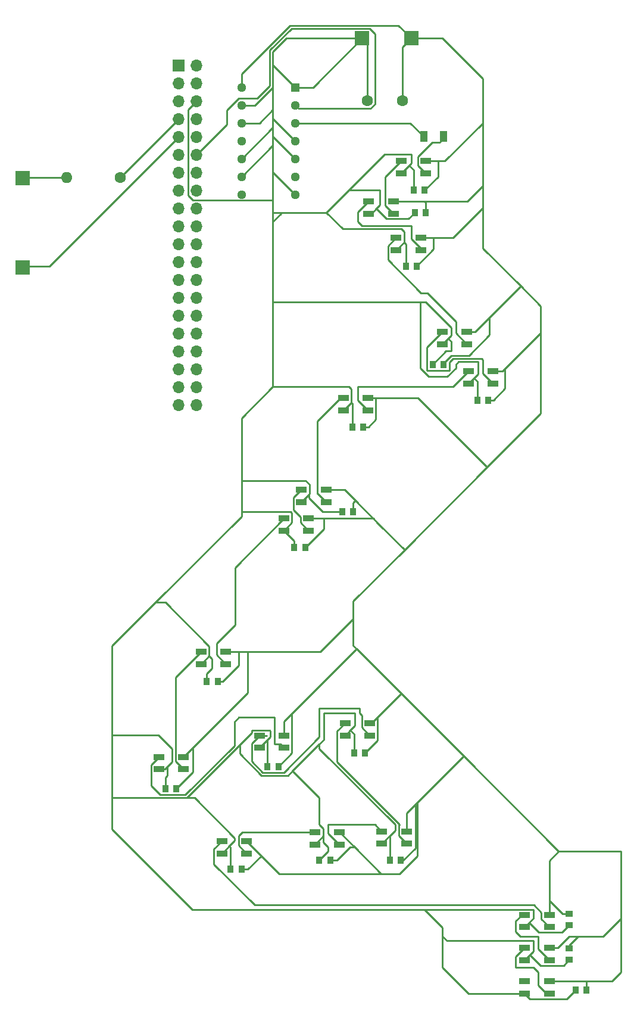
<source format=gtl>
G04 #@! TF.GenerationSoftware,KiCad,Pcbnew,7.0.7*
G04 #@! TF.CreationDate,2023-09-07T11:23:27-07:00*
G04 #@! TF.ProjectId,bivariate-bivalve,62697661-7269-4617-9465-2d626976616c,rev?*
G04 #@! TF.SameCoordinates,Original*
G04 #@! TF.FileFunction,Copper,L1,Top*
G04 #@! TF.FilePolarity,Positive*
%FSLAX46Y46*%
G04 Gerber Fmt 4.6, Leading zero omitted, Abs format (unit mm)*
G04 Created by KiCad (PCBNEW 7.0.7) date 2023-09-07 11:23:27*
%MOMM*%
%LPD*%
G01*
G04 APERTURE LIST*
G04 Aperture macros list*
%AMRoundRect*
0 Rectangle with rounded corners*
0 $1 Rounding radius*
0 $2 $3 $4 $5 $6 $7 $8 $9 X,Y pos of 4 corners*
0 Add a 4 corners polygon primitive as box body*
4,1,4,$2,$3,$4,$5,$6,$7,$8,$9,$2,$3,0*
0 Add four circle primitives for the rounded corners*
1,1,$1+$1,$2,$3*
1,1,$1+$1,$4,$5*
1,1,$1+$1,$6,$7*
1,1,$1+$1,$8,$9*
0 Add four rect primitives between the rounded corners*
20,1,$1+$1,$2,$3,$4,$5,0*
20,1,$1+$1,$4,$5,$6,$7,0*
20,1,$1+$1,$6,$7,$8,$9,0*
20,1,$1+$1,$8,$9,$2,$3,0*%
G04 Aperture macros list end*
G04 #@! TA.AperFunction,ComponentPad*
%ADD10C,1.600000*%
G04 #@! TD*
G04 #@! TA.AperFunction,ComponentPad*
%ADD11O,1.600000X1.600000*%
G04 #@! TD*
G04 #@! TA.AperFunction,ComponentPad*
%ADD12R,1.700000X1.700000*%
G04 #@! TD*
G04 #@! TA.AperFunction,ComponentPad*
%ADD13O,1.700000X1.700000*%
G04 #@! TD*
G04 #@! TA.AperFunction,SMDPad,CuDef*
%ADD14R,1.600000X0.850000*%
G04 #@! TD*
G04 #@! TA.AperFunction,ComponentPad*
%ADD15C,1.295400*%
G04 #@! TD*
G04 #@! TA.AperFunction,ComponentPad*
%ADD16R,1.295400X1.295400*%
G04 #@! TD*
G04 #@! TA.AperFunction,SMDPad,CuDef*
%ADD17R,0.940000X1.020000*%
G04 #@! TD*
G04 #@! TA.AperFunction,SMDPad,CuDef*
%ADD18R,1.020000X0.940000*%
G04 #@! TD*
G04 #@! TA.AperFunction,SMDPad,CuDef*
%ADD19R,1.117600X1.600200*%
G04 #@! TD*
G04 #@! TA.AperFunction,ComponentPad*
%ADD20RoundRect,0.250001X0.799999X0.799999X-0.799999X0.799999X-0.799999X-0.799999X0.799999X-0.799999X0*%
G04 #@! TD*
G04 #@! TA.AperFunction,Conductor*
%ADD21C,0.250000*%
G04 #@! TD*
G04 APERTURE END LIST*
D10*
G04 #@! TO.P,R1,1*
G04 #@! TO.N,Net-(J1-Pin_7)*
X67050000Y-56750000D03*
D11*
G04 #@! TO.P,R1,2*
G04 #@! TO.N,Net-(J2-Pin_1)*
X59430000Y-56750000D03*
G04 #@! TD*
D12*
G04 #@! TO.P,J1,1,Pin_1*
G04 #@! TO.N,unconnected-(J1-Pin_1-Pad1)*
X75310000Y-40805000D03*
D13*
G04 #@! TO.P,J1,2,Pin_2*
G04 #@! TO.N,unconnected-(J1-Pin_2-Pad2)*
X77850000Y-40805000D03*
G04 #@! TO.P,J1,3,Pin_3*
G04 #@! TO.N,unconnected-(J1-Pin_3-Pad3)*
X75310000Y-43345000D03*
G04 #@! TO.P,J1,4,Pin_4*
G04 #@! TO.N,unconnected-(J1-Pin_4-Pad4)*
X77850000Y-43345000D03*
G04 #@! TO.P,J1,5,Pin_5*
G04 #@! TO.N,unconnected-(J1-Pin_5-Pad5)*
X75310000Y-45885000D03*
G04 #@! TO.P,J1,6,Pin_6*
G04 #@! TO.N,Net-(D1-VSS)*
X77850000Y-45885000D03*
G04 #@! TO.P,J1,7,Pin_7*
G04 #@! TO.N,Net-(J1-Pin_7)*
X75310000Y-48425000D03*
G04 #@! TO.P,J1,8,Pin_8*
G04 #@! TO.N,unconnected-(J1-Pin_8-Pad8)*
X77850000Y-48425000D03*
G04 #@! TO.P,J1,9,Pin_9*
G04 #@! TO.N,Net-(J1-Pin_9)*
X75310000Y-50965000D03*
G04 #@! TO.P,J1,10,Pin_10*
G04 #@! TO.N,unconnected-(J1-Pin_10-Pad10)*
X77850000Y-50965000D03*
G04 #@! TO.P,J1,11,Pin_11*
G04 #@! TO.N,unconnected-(J1-Pin_11-Pad11)*
X75310000Y-53505000D03*
G04 #@! TO.P,J1,12,Pin_12*
G04 #@! TO.N,Net-(J1-Pin_12)*
X77850000Y-53505000D03*
G04 #@! TO.P,J1,13,Pin_13*
G04 #@! TO.N,unconnected-(J1-Pin_13-Pad13)*
X75310000Y-56045000D03*
G04 #@! TO.P,J1,14,Pin_14*
G04 #@! TO.N,unconnected-(J1-Pin_14-Pad14)*
X77850000Y-56045000D03*
G04 #@! TO.P,J1,15,Pin_15*
G04 #@! TO.N,unconnected-(J1-Pin_15-Pad15)*
X75310000Y-58585000D03*
G04 #@! TO.P,J1,16,Pin_16*
G04 #@! TO.N,unconnected-(J1-Pin_16-Pad16)*
X77850000Y-58585000D03*
G04 #@! TO.P,J1,17,Pin_17*
G04 #@! TO.N,unconnected-(J1-Pin_17-Pad17)*
X75310000Y-61125000D03*
G04 #@! TO.P,J1,18,Pin_18*
G04 #@! TO.N,unconnected-(J1-Pin_18-Pad18)*
X77850000Y-61125000D03*
G04 #@! TO.P,J1,19,Pin_19*
G04 #@! TO.N,unconnected-(J1-Pin_19-Pad19)*
X75310000Y-63665000D03*
G04 #@! TO.P,J1,20,Pin_20*
G04 #@! TO.N,unconnected-(J1-Pin_20-Pad20)*
X77850000Y-63665000D03*
G04 #@! TO.P,J1,21,Pin_21*
G04 #@! TO.N,unconnected-(J1-Pin_21-Pad21)*
X75310000Y-66205000D03*
G04 #@! TO.P,J1,22,Pin_22*
G04 #@! TO.N,unconnected-(J1-Pin_22-Pad22)*
X77850000Y-66205000D03*
G04 #@! TO.P,J1,23,Pin_23*
G04 #@! TO.N,unconnected-(J1-Pin_23-Pad23)*
X75310000Y-68745000D03*
G04 #@! TO.P,J1,24,Pin_24*
G04 #@! TO.N,unconnected-(J1-Pin_24-Pad24)*
X77850000Y-68745000D03*
G04 #@! TO.P,J1,25,Pin_25*
G04 #@! TO.N,unconnected-(J1-Pin_25-Pad25)*
X75310000Y-71285000D03*
G04 #@! TO.P,J1,26,Pin_26*
G04 #@! TO.N,unconnected-(J1-Pin_26-Pad26)*
X77850000Y-71285000D03*
G04 #@! TO.P,J1,27,Pin_27*
G04 #@! TO.N,unconnected-(J1-Pin_27-Pad27)*
X75310000Y-73825000D03*
G04 #@! TO.P,J1,28,Pin_28*
G04 #@! TO.N,unconnected-(J1-Pin_28-Pad28)*
X77850000Y-73825000D03*
G04 #@! TO.P,J1,29,Pin_29*
G04 #@! TO.N,unconnected-(J1-Pin_29-Pad29)*
X75310000Y-76365000D03*
G04 #@! TO.P,J1,30,Pin_30*
G04 #@! TO.N,unconnected-(J1-Pin_30-Pad30)*
X77850000Y-76365000D03*
G04 #@! TO.P,J1,31,Pin_31*
G04 #@! TO.N,unconnected-(J1-Pin_31-Pad31)*
X75310000Y-78905000D03*
G04 #@! TO.P,J1,32,Pin_32*
G04 #@! TO.N,unconnected-(J1-Pin_32-Pad32)*
X77850000Y-78905000D03*
G04 #@! TO.P,J1,33,Pin_33*
G04 #@! TO.N,unconnected-(J1-Pin_33-Pad33)*
X75310000Y-81445000D03*
G04 #@! TO.P,J1,34,Pin_34*
G04 #@! TO.N,unconnected-(J1-Pin_34-Pad34)*
X77850000Y-81445000D03*
G04 #@! TO.P,J1,35,Pin_35*
G04 #@! TO.N,unconnected-(J1-Pin_35-Pad35)*
X75310000Y-83985000D03*
G04 #@! TO.P,J1,36,Pin_36*
G04 #@! TO.N,unconnected-(J1-Pin_36-Pad36)*
X77850000Y-83985000D03*
G04 #@! TO.P,J1,37,Pin_37*
G04 #@! TO.N,unconnected-(J1-Pin_37-Pad37)*
X75310000Y-86525000D03*
G04 #@! TO.P,J1,38,Pin_38*
G04 #@! TO.N,unconnected-(J1-Pin_38-Pad38)*
X77850000Y-86525000D03*
G04 #@! TO.P,J1,39,Pin_39*
G04 #@! TO.N,unconnected-(J1-Pin_39-Pad39)*
X75310000Y-89065000D03*
G04 #@! TO.P,J1,40,Pin_40*
G04 #@! TO.N,unconnected-(J1-Pin_40-Pad40)*
X77850000Y-89065000D03*
G04 #@! TD*
D14*
G04 #@! TO.P,D17,1,DOUT*
G04 #@! TO.N,Net-(D17-DOUT)*
X124553900Y-166210000D03*
G04 #@! TO.P,D17,2,VSS*
G04 #@! TO.N,Net-(D1-VSS)*
X124553900Y-167960000D03*
G04 #@! TO.P,D17,3,DIN*
G04 #@! TO.N,Net-(D16-DOUT)*
X128053900Y-167960000D03*
G04 #@! TO.P,D17,4,VDD*
G04 #@! TO.N,Net-(D1-VDD)*
X128053900Y-166210000D03*
G04 #@! TD*
G04 #@! TO.P,D4,1,DOUT*
G04 #@! TO.N,Net-(D4-DOUT)*
X112857200Y-78661280D03*
G04 #@! TO.P,D4,2,VSS*
G04 #@! TO.N,Net-(D1-VSS)*
X112857200Y-80411280D03*
G04 #@! TO.P,D4,3,DIN*
G04 #@! TO.N,Net-(D3-DOUT)*
X116357200Y-80411280D03*
G04 #@! TO.P,D4,4,VDD*
G04 #@! TO.N,Net-(D1-VDD)*
X116357200Y-78661280D03*
G04 #@! TD*
G04 #@! TO.P,D3,1,DOUT*
G04 #@! TO.N,Net-(D3-DOUT)*
X106276060Y-65300880D03*
G04 #@! TO.P,D3,2,VSS*
G04 #@! TO.N,Net-(D1-VSS)*
X106276060Y-67050880D03*
G04 #@! TO.P,D3,3,DIN*
G04 #@! TO.N,Net-(D2-DOUT)*
X109776060Y-67050880D03*
G04 #@! TO.P,D3,4,VDD*
G04 #@! TO.N,Net-(D1-VDD)*
X109776060Y-65300880D03*
G04 #@! TD*
D15*
G04 #@! TO.P,U1,14,VCC*
G04 #@! TO.N,Net-(D1-VDD)*
X84305000Y-43895000D03*
G04 #@! TO.P,U1,13,\u002A4OE*
G04 #@! TO.N,Net-(D1-VSS)*
X84305000Y-46435000D03*
G04 #@! TO.P,U1,12,4A*
X84305000Y-48975000D03*
G04 #@! TO.P,U1,11,4Y*
G04 #@! TO.N,unconnected-(U1-4Y-Pad11)*
X84305000Y-51515000D03*
G04 #@! TO.P,U1,10,\u002A3OE*
G04 #@! TO.N,Net-(D1-VSS)*
X84305000Y-54055000D03*
G04 #@! TO.P,U1,9,3A*
X84305000Y-56595000D03*
G04 #@! TO.P,U1,8,3Y*
G04 #@! TO.N,unconnected-(U1-3Y-Pad8)*
X84305000Y-59135000D03*
G04 #@! TO.P,U1,7,GND*
G04 #@! TO.N,Net-(D1-VSS)*
X91925000Y-59135000D03*
G04 #@! TO.P,U1,6,2Y*
G04 #@! TO.N,unconnected-(U1-2Y-Pad6)*
X91925000Y-56595000D03*
G04 #@! TO.P,U1,5,2A*
G04 #@! TO.N,Net-(D1-VSS)*
X91925000Y-54055000D03*
G04 #@! TO.P,U1,4,\u002A2OE*
X91925000Y-51515000D03*
G04 #@! TO.P,U1,3,1Y*
G04 #@! TO.N,Net-(U1-1Y)*
X91925000Y-48975000D03*
G04 #@! TO.P,U1,2,1A*
G04 #@! TO.N,Net-(J1-Pin_12)*
X91925000Y-46435000D03*
D16*
G04 #@! TO.P,U1,1,\u002A1OE*
G04 #@! TO.N,Net-(D1-VSS)*
X91925000Y-43895000D03*
G04 #@! TD*
D14*
G04 #@! TO.P,D8,1,DOUT*
G04 #@! TO.N,Net-(D8-DOUT)*
X90335020Y-105145860D03*
G04 #@! TO.P,D8,2,VSS*
G04 #@! TO.N,Net-(D1-VSS)*
X90335020Y-106895860D03*
G04 #@! TO.P,D8,3,DIN*
G04 #@! TO.N,Net-(D7-DOUT)*
X93835020Y-106895860D03*
G04 #@! TO.P,D8,4,VDD*
G04 #@! TO.N,Net-(D1-VDD)*
X93835020Y-105145860D03*
G04 #@! TD*
G04 #@! TO.P,D2,1,DOUT*
G04 #@! TO.N,Net-(D2-DOUT)*
X102377160Y-60081180D03*
G04 #@! TO.P,D2,2,VSS*
G04 #@! TO.N,Net-(D1-VSS)*
X102377160Y-61831180D03*
G04 #@! TO.P,D2,3,DIN*
G04 #@! TO.N,Net-(D1-DOUT)*
X105877160Y-61831180D03*
G04 #@! TO.P,D2,4,VDD*
G04 #@! TO.N,Net-(D1-VDD)*
X105877160Y-60081180D03*
G04 #@! TD*
G04 #@! TO.P,D18,4,VDD*
G04 #@! TO.N,Net-(D1-VDD)*
X128053900Y-170929320D03*
G04 #@! TO.P,D18,3,DIN*
G04 #@! TO.N,Net-(D17-DOUT)*
X128053900Y-172679320D03*
G04 #@! TO.P,D18,2,VSS*
G04 #@! TO.N,Net-(D1-VSS)*
X124553900Y-172679320D03*
G04 #@! TO.P,D18,1,DOUT*
G04 #@! TO.N,unconnected-(D18-DOUT-Pad1)*
X124553900Y-170929320D03*
G04 #@! TD*
G04 #@! TO.P,D16,4,VDD*
G04 #@! TO.N,Net-(D1-VDD)*
X128053900Y-161493220D03*
G04 #@! TO.P,D16,3,DIN*
G04 #@! TO.N,Net-(D15-DOUT)*
X128053900Y-163243220D03*
G04 #@! TO.P,D16,2,VSS*
G04 #@! TO.N,Net-(D1-VSS)*
X124553900Y-163243220D03*
G04 #@! TO.P,D16,1,DOUT*
G04 #@! TO.N,Net-(D16-DOUT)*
X124553900Y-161493220D03*
G04 #@! TD*
D17*
G04 #@! TO.P,C18,2*
G04 #@! TO.N,Net-(D1-VDD)*
X133355000Y-172165000D03*
G04 #@! TO.P,C18,1*
G04 #@! TO.N,Net-(D1-VSS)*
X131775000Y-172165000D03*
G04 #@! TD*
D18*
G04 #@! TO.P,C17,1*
G04 #@! TO.N,Net-(D1-VSS)*
X130925000Y-167875000D03*
G04 #@! TO.P,C17,2*
G04 #@! TO.N,Net-(D1-VDD)*
X130925000Y-166295000D03*
G04 #@! TD*
G04 #@! TO.P,C16,1*
G04 #@! TO.N,Net-(D1-VSS)*
X130925000Y-162950000D03*
G04 #@! TO.P,C16,2*
G04 #@! TO.N,Net-(D1-VDD)*
X130925000Y-161370000D03*
G04 #@! TD*
D19*
G04 #@! TO.P,R3,1*
G04 #@! TO.N,Net-(U1-1Y)*
X110213000Y-50880000D03*
G04 #@! TO.P,R3,2*
G04 #@! TO.N,Net-(D1-DIN)*
X113007000Y-50880000D03*
G04 #@! TD*
D20*
G04 #@! TO.P,J5,1,Pin_1*
G04 #@! TO.N,Net-(D1-VSS)*
X101450000Y-36910000D03*
G04 #@! TD*
G04 #@! TO.P,J4,1,Pin_1*
G04 #@! TO.N,Net-(D1-VDD)*
X108435000Y-36910000D03*
G04 #@! TD*
G04 #@! TO.P,J3,1,Pin_1*
G04 #@! TO.N,Net-(J1-Pin_9)*
X53150000Y-69490000D03*
G04 #@! TD*
G04 #@! TO.P,J2,1,Pin_1*
G04 #@! TO.N,Net-(J2-Pin_1)*
X53150000Y-56790000D03*
G04 #@! TD*
D14*
G04 #@! TO.P,D15,1,DOUT*
G04 #@! TO.N,Net-(D15-DOUT)*
X81495820Y-151020800D03*
G04 #@! TO.P,D15,2,VSS*
G04 #@! TO.N,Net-(D1-VSS)*
X81495820Y-152770800D03*
G04 #@! TO.P,D15,3,DIN*
G04 #@! TO.N,Net-(D14-DOUT)*
X84995820Y-152770800D03*
G04 #@! TO.P,D15,4,VDD*
G04 #@! TO.N,Net-(D1-VDD)*
X84995820Y-151020800D03*
G04 #@! TD*
G04 #@! TO.P,D14,4,VDD*
G04 #@! TO.N,Net-(D1-VDD)*
X98236840Y-149745720D03*
G04 #@! TO.P,D14,3,DIN*
G04 #@! TO.N,Net-(D13-DOUT)*
X98236840Y-151495720D03*
G04 #@! TO.P,D14,2,VSS*
G04 #@! TO.N,Net-(D1-VSS)*
X94736840Y-151495720D03*
G04 #@! TO.P,D14,1,DOUT*
G04 #@! TO.N,Net-(D14-DOUT)*
X94736840Y-149745720D03*
G04 #@! TD*
G04 #@! TO.P,D13,4,VDD*
G04 #@! TO.N,Net-(D1-VDD)*
X107751680Y-149646660D03*
G04 #@! TO.P,D13,3,DIN*
G04 #@! TO.N,Net-(D12-DOUT)*
X107751680Y-151396660D03*
G04 #@! TO.P,D13,2,VSS*
G04 #@! TO.N,Net-(D1-VSS)*
X104251680Y-151396660D03*
G04 #@! TO.P,D13,1,DOUT*
G04 #@! TO.N,Net-(D13-DOUT)*
X104251680Y-149646660D03*
G04 #@! TD*
G04 #@! TO.P,D12,1,DOUT*
G04 #@! TO.N,Net-(D12-DOUT)*
X99006580Y-134259340D03*
G04 #@! TO.P,D12,2,VSS*
G04 #@! TO.N,Net-(D1-VSS)*
X99006580Y-136009340D03*
G04 #@! TO.P,D12,3,DIN*
G04 #@! TO.N,Net-(D11-DOUT)*
X102506580Y-136009340D03*
G04 #@! TO.P,D12,4,VDD*
G04 #@! TO.N,Net-(D1-VDD)*
X102506580Y-134259340D03*
G04 #@! TD*
G04 #@! TO.P,D11,1,DOUT*
G04 #@! TO.N,Net-(D11-DOUT)*
X86842520Y-136009400D03*
G04 #@! TO.P,D11,2,VSS*
G04 #@! TO.N,Net-(D1-VSS)*
X86842520Y-137759400D03*
G04 #@! TO.P,D11,3,DIN*
G04 #@! TO.N,Net-(D10-DOUT)*
X90342520Y-137759400D03*
G04 #@! TO.P,D11,4,VDD*
G04 #@! TO.N,Net-(D1-VDD)*
X90342520Y-136009400D03*
G04 #@! TD*
G04 #@! TO.P,D10,4,VDD*
G04 #@! TO.N,Net-(D1-VDD)*
X76057560Y-139062480D03*
G04 #@! TO.P,D10,3,DIN*
G04 #@! TO.N,Net-(D10-DIN)*
X76057560Y-140812480D03*
G04 #@! TO.P,D10,2,VSS*
G04 #@! TO.N,Net-(D1-VSS)*
X72557560Y-140812480D03*
G04 #@! TO.P,D10,1,DOUT*
G04 #@! TO.N,Net-(D10-DOUT)*
X72557560Y-139062480D03*
G04 #@! TD*
G04 #@! TO.P,D9,1,DOUT*
G04 #@! TO.N,Net-(D10-DIN)*
X78572280Y-124106960D03*
G04 #@! TO.P,D9,2,VSS*
G04 #@! TO.N,Net-(D1-VSS)*
X78572280Y-125856960D03*
G04 #@! TO.P,D9,3,DIN*
G04 #@! TO.N,Net-(D8-DOUT)*
X82072280Y-125856960D03*
G04 #@! TO.P,D9,4,VDD*
G04 #@! TO.N,Net-(D1-VDD)*
X82072280Y-124106960D03*
G04 #@! TD*
G04 #@! TO.P,D7,1,DOUT*
G04 #@! TO.N,Net-(D7-DOUT)*
X92821680Y-101079320D03*
G04 #@! TO.P,D7,2,VSS*
G04 #@! TO.N,Net-(D1-VSS)*
X92821680Y-102829320D03*
G04 #@! TO.P,D7,3,DIN*
G04 #@! TO.N,Net-(D6-DOUT)*
X96321680Y-102829320D03*
G04 #@! TO.P,D7,4,VDD*
G04 #@! TO.N,Net-(D1-VDD)*
X96321680Y-101079320D03*
G04 #@! TD*
G04 #@! TO.P,D6,1,DOUT*
G04 #@! TO.N,Net-(D6-DOUT)*
X98772900Y-88056740D03*
G04 #@! TO.P,D6,2,VSS*
G04 #@! TO.N,Net-(D1-VSS)*
X98772900Y-89806740D03*
G04 #@! TO.P,D6,3,DIN*
G04 #@! TO.N,Net-(D5-DOUT)*
X102272900Y-89806740D03*
G04 #@! TO.P,D6,4,VDD*
G04 #@! TO.N,Net-(D1-VDD)*
X102272900Y-88056740D03*
G04 #@! TD*
G04 #@! TO.P,D5,4,VDD*
G04 #@! TO.N,Net-(D1-VDD)*
X120052900Y-84267060D03*
G04 #@! TO.P,D5,3,DIN*
G04 #@! TO.N,Net-(D4-DOUT)*
X120052900Y-86017060D03*
G04 #@! TO.P,D5,2,VSS*
G04 #@! TO.N,Net-(D1-VSS)*
X116552900Y-86017060D03*
G04 #@! TO.P,D5,1,DOUT*
G04 #@! TO.N,Net-(D5-DOUT)*
X116552900Y-84267060D03*
G04 #@! TD*
G04 #@! TO.P,D1,4,VDD*
G04 #@! TO.N,Net-(D1-VDD)*
X110520280Y-54371260D03*
G04 #@! TO.P,D1,3,DIN*
G04 #@! TO.N,Net-(D1-DIN)*
X110520280Y-56121260D03*
G04 #@! TO.P,D1,2,VSS*
G04 #@! TO.N,Net-(D1-VSS)*
X107020280Y-56121260D03*
G04 #@! TO.P,D1,1,DOUT*
G04 #@! TO.N,Net-(D1-DOUT)*
X107020280Y-54371260D03*
G04 #@! TD*
D17*
G04 #@! TO.P,C15,2*
G04 #@! TO.N,Net-(D1-VSS)*
X82725000Y-155020000D03*
G04 #@! TO.P,C15,1*
G04 #@! TO.N,Net-(D1-VDD)*
X84305000Y-155020000D03*
G04 #@! TD*
G04 #@! TO.P,C14,2*
G04 #@! TO.N,Net-(D1-VSS)*
X95365000Y-153750000D03*
G04 #@! TO.P,C14,1*
G04 #@! TO.N,Net-(D1-VDD)*
X96945000Y-153750000D03*
G04 #@! TD*
G04 #@! TO.P,C13,2*
G04 #@! TO.N,Net-(D1-VSS)*
X105370000Y-153750000D03*
G04 #@! TO.P,C13,1*
G04 #@! TO.N,Net-(D1-VDD)*
X106950000Y-153750000D03*
G04 #@! TD*
D10*
G04 #@! TO.P,C19,1*
G04 #@! TO.N,Net-(D1-VDD)*
X107165000Y-45800000D03*
G04 #@! TO.P,C19,2*
G04 #@! TO.N,Net-(D1-VSS)*
X102165000Y-45800000D03*
G04 #@! TD*
D17*
G04 #@! TO.P,C3,2*
G04 #@! TO.N,Net-(D1-VSS)*
X107645000Y-69295000D03*
G04 #@! TO.P,C3,1*
G04 #@! TO.N,Net-(D1-VDD)*
X109225000Y-69295000D03*
G04 #@! TD*
G04 #@! TO.P,C2,2*
G04 #@! TO.N,Net-(D1-VSS)*
X108915000Y-61675000D03*
G04 #@! TO.P,C2,1*
G04 #@! TO.N,Net-(D1-VDD)*
X110495000Y-61675000D03*
G04 #@! TD*
G04 #@! TO.P,C1,2*
G04 #@! TO.N,Net-(D1-VSS)*
X108760000Y-58500000D03*
G04 #@! TO.P,C1,1*
G04 #@! TO.N,Net-(D1-VDD)*
X110340000Y-58500000D03*
G04 #@! TD*
G04 #@! TO.P,C6,2*
G04 #@! TO.N,Net-(D1-VSS)*
X100025000Y-92155000D03*
G04 #@! TO.P,C6,1*
G04 #@! TO.N,Net-(D1-VDD)*
X101605000Y-92155000D03*
G04 #@! TD*
G04 #@! TO.P,C5,2*
G04 #@! TO.N,Net-(D1-VDD)*
X119385000Y-88345000D03*
G04 #@! TO.P,C5,1*
G04 #@! TO.N,Net-(D1-VSS)*
X117805000Y-88345000D03*
G04 #@! TD*
G04 #@! TO.P,C4,2*
G04 #@! TO.N,Net-(D1-VDD)*
X113035000Y-83265000D03*
G04 #@! TO.P,C4,1*
G04 #@! TO.N,Net-(D1-VSS)*
X111455000Y-83265000D03*
G04 #@! TD*
G04 #@! TO.P,C9,2*
G04 #@! TO.N,Net-(D1-VSS)*
X79335000Y-128350000D03*
G04 #@! TO.P,C9,1*
G04 #@! TO.N,Net-(D1-VDD)*
X80915000Y-128350000D03*
G04 #@! TD*
G04 #@! TO.P,C8,1*
G04 #@! TO.N,Net-(D1-VDD)*
X93350000Y-109300000D03*
G04 #@! TO.P,C8,2*
G04 #@! TO.N,Net-(D1-VSS)*
X91770000Y-109300000D03*
G04 #@! TD*
G04 #@! TO.P,C7,2*
G04 #@! TO.N,Net-(D1-VSS)*
X98600000Y-104220000D03*
G04 #@! TO.P,C7,1*
G04 #@! TO.N,Net-(D1-VDD)*
X100180000Y-104220000D03*
G04 #@! TD*
G04 #@! TO.P,C12,2*
G04 #@! TO.N,Net-(D1-VDD)*
X101870000Y-138510000D03*
G04 #@! TO.P,C12,1*
G04 #@! TO.N,Net-(D1-VSS)*
X100290000Y-138510000D03*
G04 #@! TD*
G04 #@! TO.P,C11,2*
G04 #@! TO.N,Net-(D1-VDD)*
X89540000Y-140415000D03*
G04 #@! TO.P,C11,1*
G04 #@! TO.N,Net-(D1-VSS)*
X87960000Y-140415000D03*
G04 #@! TD*
G04 #@! TO.P,C10,2*
G04 #@! TO.N,Net-(D1-VDD)*
X75045000Y-143590000D03*
G04 #@! TO.P,C10,1*
G04 #@! TO.N,Net-(D1-VSS)*
X73465000Y-143590000D03*
G04 #@! TD*
D21*
G04 #@! TO.N,Net-(D1-VSS)*
X102165000Y-45800000D02*
X102165000Y-37625000D01*
X102165000Y-37625000D02*
X101450000Y-36910000D01*
G04 #@! TO.N,Net-(D1-VDD)*
X107165000Y-45800000D02*
X107165000Y-38180000D01*
X107165000Y-38180000D02*
X108435000Y-36910000D01*
G04 #@! TO.N,Net-(J2-Pin_1)*
X59430000Y-56750000D02*
X53190000Y-56750000D01*
X53190000Y-56750000D02*
X53150000Y-56790000D01*
G04 #@! TO.N,Net-(J1-Pin_7)*
X75310000Y-48425000D02*
X67050000Y-56685000D01*
X67050000Y-56685000D02*
X67050000Y-56750000D01*
G04 #@! TO.N,Net-(J2-Pin_1)*
X53345000Y-56595000D02*
X53150000Y-56790000D01*
G04 #@! TO.N,Net-(J1-Pin_9)*
X75310000Y-50965000D02*
X56980000Y-69295000D01*
X56980000Y-69295000D02*
X53345000Y-69295000D01*
X53345000Y-69295000D02*
X53150000Y-69490000D01*
G04 #@! TO.N,Net-(D1-VSS)*
X88750000Y-59770000D02*
X88750000Y-59985000D01*
X88750000Y-59985000D02*
X88750000Y-60405000D01*
X80880000Y-59955000D02*
X88720000Y-59955000D01*
X88720000Y-59955000D02*
X88750000Y-59985000D01*
X80360000Y-59955000D02*
X80880000Y-59955000D01*
X77850000Y-45885000D02*
X76675000Y-47060000D01*
X76675000Y-47060000D02*
X76675000Y-59261701D01*
X76675000Y-59261701D02*
X77363299Y-59950000D01*
X77363299Y-59950000D02*
X80875000Y-59950000D01*
X80875000Y-59950000D02*
X80880000Y-59955000D01*
G04 #@! TO.N,Net-(J1-Pin_7)*
X67160000Y-56575000D02*
X67160000Y-56595000D01*
G04 #@! TO.N,Net-(J1-Pin_12)*
X82214700Y-48115000D02*
X82214700Y-47149694D01*
X82214700Y-49140300D02*
X77850000Y-53505000D01*
X82214700Y-48115000D02*
X82214700Y-49140300D01*
G04 #@! TO.N,Net-(D1-VSS)*
X130510680Y-173429320D02*
X125303900Y-173429320D01*
X125303900Y-173429320D02*
X124553900Y-172679320D01*
X124553900Y-172679320D02*
X122670000Y-172679320D01*
X122670000Y-172679320D02*
X116569320Y-172679320D01*
X131775000Y-172165000D02*
X130510680Y-173429320D01*
G04 #@! TO.N,Net-(D1-VDD)*
X136975680Y-170929320D02*
X133465000Y-170929320D01*
X133465000Y-170929320D02*
X128053900Y-170929320D01*
X133355000Y-172165000D02*
X133355000Y-171039320D01*
X133355000Y-171039320D02*
X133465000Y-170929320D01*
G04 #@! TO.N,Net-(D17-DOUT)*
X125845000Y-168990000D02*
X126480000Y-169625000D01*
X123305000Y-168990000D02*
X125845000Y-168990000D01*
X124553900Y-166210000D02*
X123305000Y-167458900D01*
X127678900Y-172679320D02*
X128053900Y-172679320D01*
X123305000Y-167458900D02*
X123305000Y-168990000D01*
X126480000Y-169625000D02*
X126480000Y-171480420D01*
X126480000Y-171480420D02*
X127678900Y-172679320D01*
G04 #@! TO.N,Net-(D1-VSS)*
X125845000Y-166668900D02*
X125319450Y-167194450D01*
X125319450Y-167194450D02*
X124553900Y-167960000D01*
X130925000Y-167875000D02*
X130090000Y-168710000D01*
X130090000Y-168710000D02*
X126835000Y-168710000D01*
X126835000Y-168710000D02*
X125319450Y-167194450D01*
G04 #@! TO.N,Net-(D1-VDD)*
X135740000Y-164545000D02*
X132195000Y-164545000D01*
X132195000Y-164545000D02*
X130925000Y-164545000D01*
X130925000Y-166295000D02*
X130925000Y-165815000D01*
X130925000Y-165815000D02*
X132195000Y-164545000D01*
X138280000Y-152480000D02*
X138280000Y-162005000D01*
X129260000Y-166210000D02*
X128053900Y-166210000D01*
X138280000Y-162005000D02*
X138280000Y-169625000D01*
X138280000Y-162005000D02*
X135740000Y-164545000D01*
X130925000Y-164545000D02*
X129260000Y-166210000D01*
G04 #@! TO.N,Net-(D1-VSS)*
X112880000Y-164545000D02*
X113515000Y-165180000D01*
X112880000Y-168990000D02*
X112880000Y-164545000D01*
X113515000Y-165180000D02*
X125845000Y-165180000D01*
X112880000Y-164545000D02*
X112880000Y-163275000D01*
X125845000Y-165180000D02*
X125845000Y-166668900D01*
G04 #@! TO.N,Net-(D16-DOUT)*
X126480000Y-164545000D02*
X126480000Y-166386100D01*
X123940000Y-164545000D02*
X123305000Y-163910000D01*
X123940000Y-164545000D02*
X126480000Y-164545000D01*
X126480000Y-166386100D02*
X128053900Y-167960000D01*
X123305000Y-163910000D02*
X123305000Y-162367120D01*
X123305000Y-162367120D02*
X124178900Y-161493220D01*
X124178900Y-161493220D02*
X124553900Y-161493220D01*
G04 #@! TO.N,Net-(D1-VSS)*
X125845000Y-161952120D02*
X125183560Y-162613560D01*
X125183560Y-162613560D02*
X124553900Y-163243220D01*
X126563220Y-163993220D02*
X125183560Y-162613560D01*
X130925000Y-162950000D02*
X129881780Y-163993220D01*
X129881780Y-163993220D02*
X126563220Y-163993220D01*
G04 #@! TO.N,Net-(D15-DOUT)*
X81495820Y-151020800D02*
X80370820Y-152145800D01*
X126928900Y-162118220D02*
X128053900Y-163243220D01*
X125846396Y-160100000D02*
X126928900Y-161182504D01*
X80370820Y-152145800D02*
X80370820Y-154295820D01*
X80370820Y-154295820D02*
X86175000Y-160100000D01*
X126928900Y-161182504D02*
X126928900Y-162118220D01*
X86175000Y-160100000D02*
X125846396Y-160100000D01*
G04 #@! TO.N,Net-(D1-VSS)*
X110340000Y-160735000D02*
X125845000Y-160735000D01*
X125845000Y-160735000D02*
X125845000Y-161952120D01*
G04 #@! TO.N,Net-(D1-VDD)*
X128053900Y-153816100D02*
X128053900Y-159465000D01*
X129958900Y-161370000D02*
X128053900Y-159465000D01*
X128053900Y-159465000D02*
X128053900Y-161493220D01*
X130925000Y-161370000D02*
X129958900Y-161370000D01*
X129390000Y-152480000D02*
X128053900Y-153816100D01*
G04 #@! TO.N,Net-(D1-VSS)*
X83300000Y-150966620D02*
X82543310Y-151723310D01*
X82543310Y-151723310D02*
X81495820Y-152770800D01*
X82725000Y-155020000D02*
X82725000Y-151905000D01*
X82725000Y-151905000D02*
X82543310Y-151723310D01*
X77600000Y-144875000D02*
X83300000Y-150575000D01*
X76501396Y-144875000D02*
X77600000Y-144875000D01*
X83300000Y-150575000D02*
X83300000Y-150966620D01*
G04 #@! TO.N,Net-(D1-VDD)*
X89630020Y-155655000D02*
X87100010Y-153124990D01*
X87100010Y-153124990D02*
X84995820Y-151020800D01*
X84305000Y-155020000D02*
X85205000Y-155020000D01*
X85205000Y-155020000D02*
X87100010Y-153124990D01*
X104146120Y-155655000D02*
X89630020Y-155655000D01*
G04 #@! TO.N,Net-(D14-DOUT)*
X94736840Y-149745720D02*
X84395900Y-149745720D01*
X84395900Y-149745720D02*
X83870820Y-150270800D01*
X83870820Y-150270800D02*
X83870820Y-151645800D01*
X83870820Y-151645800D02*
X84995820Y-152770800D01*
G04 #@! TO.N,Net-(D1-VSS)*
X96635000Y-152480000D02*
X96635000Y-151845000D01*
X95365000Y-153750000D02*
X96635000Y-152480000D01*
X96635000Y-151845000D02*
X95952698Y-151162698D01*
X95952698Y-151162698D02*
X95952698Y-150279862D01*
X94736840Y-151495720D02*
X95952698Y-150279862D01*
X95952698Y-149257698D02*
X95365000Y-148670000D01*
X95952698Y-150279862D02*
X95952698Y-149257698D01*
X95365000Y-148670000D02*
X95365000Y-144860000D01*
X90905000Y-141700000D02*
X91555000Y-141050000D01*
X91555000Y-141050000D02*
X95365000Y-137240000D01*
X95365000Y-144860000D02*
X91555000Y-141050000D01*
G04 #@! TO.N,Net-(D1-VDD)*
X97905000Y-153750000D02*
X96945000Y-153750000D01*
X104146120Y-155655000D02*
X100390560Y-151899440D01*
X100390560Y-151899440D02*
X98236840Y-149745720D01*
X97905000Y-153750000D02*
X99755560Y-151899440D01*
X99755560Y-151899440D02*
X100390560Y-151899440D01*
X109335000Y-153115000D02*
X106795000Y-155655000D01*
X115870000Y-138960000D02*
X109335000Y-145495000D01*
X109335000Y-145495000D02*
X109017500Y-145812500D01*
X109335000Y-145495000D02*
X109335000Y-153115000D01*
X106795000Y-155655000D02*
X104146120Y-155655000D01*
G04 #@! TO.N,Net-(D13-DOUT)*
X103275020Y-148670000D02*
X96635000Y-148670000D01*
X104251680Y-149646660D02*
X103275020Y-148670000D01*
X96635000Y-149893880D02*
X98236840Y-151495720D01*
X96635000Y-148670000D02*
X96635000Y-149893880D01*
G04 #@! TO.N,Net-(D1-VSS)*
X106159302Y-149489038D02*
X105616670Y-150031670D01*
X105616670Y-150031670D02*
X104251680Y-151396660D01*
X105370000Y-153750000D02*
X105370000Y-150278340D01*
X105370000Y-150278340D02*
X105616670Y-150031670D01*
G04 #@! TO.N,Net-(D1-VDD)*
X109017500Y-145812500D02*
X107751680Y-147078320D01*
X106950000Y-153750000D02*
X107273340Y-153750000D01*
X107273340Y-153750000D02*
X109017500Y-152005840D01*
X109017500Y-152005840D02*
X109017500Y-145812500D01*
X115870000Y-138960000D02*
X129390000Y-152480000D01*
X106980000Y-130070000D02*
X115870000Y-138960000D01*
X107751680Y-147078320D02*
X107751680Y-149646660D01*
G04 #@! TO.N,Net-(D1-VSS)*
X95365000Y-137240000D02*
X95365000Y-137876396D01*
X95365000Y-137876396D02*
X106159302Y-148670698D01*
X95365000Y-137240000D02*
X96000000Y-136605000D01*
X106159302Y-148670698D02*
X106159302Y-149489038D01*
G04 #@! TO.N,Net-(D12-DOUT)*
X97881580Y-135384340D02*
X97881580Y-139756580D01*
X97881580Y-139756580D02*
X106795000Y-148670000D01*
X106795000Y-148670000D02*
X106626680Y-148838320D01*
X99006580Y-134259340D02*
X97881580Y-135384340D01*
X106626680Y-148838320D02*
X106626680Y-150271660D01*
X106626680Y-150271660D02*
X107751680Y-151396660D01*
G04 #@! TO.N,Net-(D1-VDD)*
X106980000Y-130070000D02*
X103620000Y-133430000D01*
X101870000Y-138510000D02*
X103631580Y-136748420D01*
X103631580Y-133441580D02*
X103620000Y-133430000D01*
X103620000Y-133430000D02*
X102790660Y-134259340D01*
X103631580Y-136748420D02*
X103631580Y-133441580D01*
X100630000Y-123720000D02*
X106980000Y-130070000D01*
X102790660Y-134259340D02*
X102506580Y-134259340D01*
G04 #@! TO.N,Net-(D1-VSS)*
X100445000Y-134570920D02*
X99745460Y-135270460D01*
X100290000Y-138510000D02*
X100290000Y-135815000D01*
X99745460Y-135270460D02*
X99006580Y-136009340D01*
X100290000Y-135815000D02*
X99745460Y-135270460D01*
X96000000Y-132795000D02*
X100445000Y-132795000D01*
X84035698Y-137340698D02*
X85717520Y-135658876D01*
X76501396Y-144875000D02*
X84035698Y-137340698D01*
X84035698Y-137340698D02*
X84035698Y-138612094D01*
X84035698Y-138612094D02*
X87123604Y-141700000D01*
X87123604Y-141700000D02*
X90905000Y-141700000D01*
X96000000Y-136605000D02*
X96000000Y-132795000D01*
X100445000Y-132795000D02*
X100445000Y-134570920D01*
G04 #@! TO.N,Net-(D11-DOUT)*
X101080000Y-132160000D02*
X101080000Y-132826840D01*
X101080000Y-132826840D02*
X101381580Y-133128420D01*
X95365000Y-132160000D02*
X101080000Y-132160000D01*
X85717520Y-137134400D02*
X85717520Y-139657520D01*
X101381580Y-134884340D02*
X102506580Y-136009340D01*
X87310000Y-141250000D02*
X90335000Y-141250000D01*
X101381580Y-133128420D02*
X101381580Y-134884340D01*
X86842520Y-136009400D02*
X85717520Y-137134400D01*
X90335000Y-141250000D02*
X95365000Y-136220000D01*
X85717520Y-139657520D02*
X87310000Y-141250000D01*
X95365000Y-136220000D02*
X95365000Y-132160000D01*
G04 #@! TO.N,Net-(D1-VDD)*
X100630000Y-123720000D02*
X91555000Y-132795000D01*
X91467520Y-132882480D02*
X91555000Y-132795000D01*
X91555000Y-132795000D02*
X90342520Y-134007480D01*
X89540000Y-140415000D02*
X91467520Y-138487480D01*
X91467520Y-138487480D02*
X91467520Y-132882480D01*
G04 #@! TO.N,Net-(D1-VSS)*
X88380000Y-136221920D02*
X87870960Y-136730960D01*
X87870960Y-136730960D02*
X86842520Y-137759400D01*
X87960000Y-140415000D02*
X87960000Y-136820000D01*
X87960000Y-136820000D02*
X87870960Y-136730960D01*
G04 #@! TO.N,Net-(D1-VDD)*
X100180000Y-123270000D02*
X100630000Y-123720000D01*
X90342520Y-134007480D02*
X90342520Y-136009400D01*
G04 #@! TO.N,Net-(D1-VSS)*
X88304400Y-135259400D02*
X88380000Y-135335000D01*
X85717520Y-135658876D02*
X85717520Y-135259400D01*
X85717520Y-135259400D02*
X88304400Y-135259400D01*
X65890000Y-144860000D02*
X65905000Y-144875000D01*
X65890000Y-144860000D02*
X65890000Y-135970000D01*
X65905000Y-144875000D02*
X76501396Y-144875000D01*
X65890000Y-149305000D02*
X65890000Y-144860000D01*
X88380000Y-135335000D02*
X88380000Y-136221920D01*
X112880000Y-163275000D02*
X110340000Y-160735000D01*
X116569320Y-172679320D02*
X112880000Y-168990000D01*
X110340000Y-160735000D02*
X77320000Y-160735000D01*
X77320000Y-160735000D02*
X65890000Y-149305000D01*
G04 #@! TO.N,Net-(D10-DOUT)*
X72705000Y-144425000D02*
X76315000Y-144425000D01*
X76315000Y-144425000D02*
X83300000Y-137440000D01*
X83300000Y-137440000D02*
X83300000Y-134065000D01*
X83300000Y-134065000D02*
X83935000Y-133430000D01*
X89823120Y-137240000D02*
X90342520Y-137759400D01*
X83935000Y-133430000D02*
X89015000Y-133430000D01*
X89015000Y-133430000D02*
X89015000Y-137240000D01*
X89015000Y-137240000D02*
X89823120Y-137240000D01*
X72557560Y-139062480D02*
X71432560Y-140187480D01*
X71432560Y-140187480D02*
X71432560Y-143152560D01*
X71432560Y-143152560D02*
X72705000Y-144425000D01*
G04 #@! TO.N,Net-(D1-VSS)*
X73775000Y-140415000D02*
X73775000Y-141685000D01*
X74410000Y-139780000D02*
X73775000Y-140415000D01*
X73465000Y-141995000D02*
X73465000Y-143590000D01*
X73775000Y-140415000D02*
X73377520Y-140812480D01*
X73775000Y-141685000D02*
X73465000Y-141995000D01*
X74410000Y-137875000D02*
X74410000Y-139780000D01*
X65890000Y-123270000D02*
X65890000Y-135970000D01*
X65890000Y-135970000D02*
X72505000Y-135970000D01*
X72505000Y-135970000D02*
X74410000Y-137875000D01*
X73377520Y-140812480D02*
X72557560Y-140812480D01*
G04 #@! TO.N,Net-(D1-VDD)*
X85205000Y-129915040D02*
X77415020Y-137705020D01*
X75045000Y-143590000D02*
X77415020Y-141219980D01*
X77415020Y-137705020D02*
X76057560Y-139062480D01*
X77415020Y-141219980D02*
X77415020Y-137705020D01*
X85205000Y-124106960D02*
X83935000Y-124106960D01*
X95533040Y-124106960D02*
X85205000Y-124106960D01*
X85205000Y-124106960D02*
X85205000Y-129915040D01*
G04 #@! TO.N,Net-(D10-DIN)*
X78572280Y-124106960D02*
X74932560Y-127746680D01*
X74932560Y-127746680D02*
X74932560Y-139687480D01*
X74932560Y-139687480D02*
X76057560Y-140812480D01*
G04 #@! TO.N,Net-(D1-VSS)*
X79335000Y-128350000D02*
X79335000Y-127235000D01*
X80125000Y-126445000D02*
X80125000Y-125159680D01*
X79335000Y-127235000D02*
X80125000Y-126445000D01*
X80125000Y-125159680D02*
X79697280Y-124731960D01*
G04 #@! TO.N,Net-(D1-VDD)*
X83935000Y-124106960D02*
X82072280Y-124106960D01*
X80915000Y-128350000D02*
X81635000Y-128350000D01*
X81635000Y-128350000D02*
X83935000Y-126050000D01*
X83935000Y-126050000D02*
X83935000Y-124106960D01*
X100180000Y-119460000D02*
X100180000Y-123270000D01*
X100180000Y-116920000D02*
X100180000Y-119460000D01*
X100180000Y-119460000D02*
X95533040Y-124106960D01*
G04 #@! TO.N,Net-(D1-VSS)*
X72055000Y-117105000D02*
X65890000Y-123270000D01*
X84305000Y-104855000D02*
X72055000Y-117105000D01*
X79697280Y-124731960D02*
X78572280Y-125856960D01*
X72055000Y-117105000D02*
X73445320Y-117105000D01*
X79697280Y-123356960D02*
X79697280Y-124731960D01*
X73445320Y-117105000D02*
X79697280Y-123356960D01*
G04 #@! TO.N,Net-(D8-DOUT)*
X90335020Y-105145860D02*
X83350000Y-112130880D01*
X83350000Y-112130880D02*
X83350000Y-120295000D01*
X83350000Y-120295000D02*
X80760000Y-122885000D01*
X80760000Y-122885000D02*
X80760000Y-124544680D01*
X80760000Y-124544680D02*
X82072280Y-125856960D01*
G04 #@! TO.N,Net-(D1-VSS)*
X91770000Y-109300000D02*
X91770000Y-108330840D01*
X91770000Y-108330840D02*
X90335020Y-106895860D01*
G04 #@! TO.N,Net-(D1-VDD)*
X103010860Y-105145860D02*
X96000000Y-105145860D01*
X96000000Y-105145860D02*
X93835020Y-105145860D01*
X93350000Y-109300000D02*
X96000000Y-106650000D01*
X96000000Y-106650000D02*
X96000000Y-105145860D01*
G04 #@! TO.N,Net-(D7-DOUT)*
X91696680Y-102204320D02*
X91696680Y-103990284D01*
X91696680Y-103990284D02*
X92710020Y-105003624D01*
X92710020Y-105003624D02*
X92710020Y-105770860D01*
X92710020Y-105770860D02*
X93835020Y-106895860D01*
G04 #@! TO.N,Net-(D1-VSS)*
X84305000Y-99775000D02*
X84305000Y-104220000D01*
X84305000Y-104220000D02*
X84305000Y-104855000D01*
X84305000Y-104220000D02*
X91290000Y-104220000D01*
X91290000Y-104220000D02*
X91460020Y-104390020D01*
X91460020Y-104390020D02*
X91460020Y-105770860D01*
X91460020Y-105770860D02*
X90335020Y-106895860D01*
G04 #@! TO.N,Net-(D1-VDD)*
X103990000Y-106125000D02*
X100497500Y-102632500D01*
X107482500Y-109617500D02*
X103990000Y-106125000D01*
X103990000Y-106125000D02*
X103010860Y-105145860D01*
G04 #@! TO.N,Net-(D7-DOUT)*
X92821680Y-101079320D02*
X91696680Y-102204320D01*
G04 #@! TO.N,Net-(D1-VSS)*
X93946680Y-101704320D02*
X93900500Y-101750500D01*
X98600000Y-104220000D02*
X95837360Y-104220000D01*
X93900500Y-101750500D02*
X92821680Y-102829320D01*
X95837360Y-104220000D02*
X93900500Y-102283140D01*
X93900500Y-102283140D02*
X93900500Y-101750500D01*
G04 #@! TO.N,Net-(D1-VDD)*
X100497500Y-102632500D02*
X98944320Y-101079320D01*
X100180000Y-104220000D02*
X100180000Y-102950000D01*
X100180000Y-102950000D02*
X100497500Y-102632500D01*
G04 #@! TO.N,Net-(D1-VSS)*
X84305000Y-90885000D02*
X84305000Y-99775000D01*
X84305000Y-99775000D02*
X93392360Y-99775000D01*
X93392360Y-99775000D02*
X93946680Y-100329320D01*
X93946680Y-100329320D02*
X93946680Y-101704320D01*
G04 #@! TO.N,Net-(D1-VDD)*
X107482500Y-109617500D02*
X100180000Y-116920000D01*
X119230000Y-97870000D02*
X107482500Y-109617500D01*
X98944320Y-101079320D02*
X96321680Y-101079320D01*
G04 #@! TO.N,Net-(D6-DOUT)*
X95100000Y-91354640D02*
X95100000Y-101680000D01*
X98397900Y-88056740D02*
X95100000Y-91354640D01*
X95100000Y-101680000D02*
X95172360Y-101680000D01*
X98772900Y-88056740D02*
X98397900Y-88056740D01*
X95172360Y-101680000D02*
X96321680Y-102829320D01*
G04 #@! TO.N,Net-(D1-VDD)*
X103355000Y-88056740D02*
X102272900Y-88056740D01*
X109416740Y-88056740D02*
X103355000Y-88056740D01*
X101605000Y-92155000D02*
X102325000Y-92155000D01*
X102325000Y-92155000D02*
X103397900Y-91082100D01*
X103397900Y-91082100D02*
X103397900Y-88099640D01*
X103397900Y-88099640D02*
X103355000Y-88056740D01*
G04 #@! TO.N,Net-(D1-VSS)*
X100025000Y-92155000D02*
X100025000Y-88808840D01*
X100025000Y-88808840D02*
X99897900Y-88681740D01*
X88750000Y-86440000D02*
X99545000Y-86440000D01*
X99897900Y-86792900D02*
X99897900Y-88681740D01*
X99545000Y-86440000D02*
X99897900Y-86792900D01*
X99897900Y-88681740D02*
X98772900Y-89806740D01*
G04 #@! TO.N,Net-(D1-VDD)*
X126850000Y-90250000D02*
X119230000Y-97870000D01*
X119230000Y-97870000D02*
X109416740Y-88056740D01*
G04 #@! TO.N,Net-(D5-DOUT)*
X100815000Y-86440000D02*
X100815000Y-88345000D01*
X116552900Y-84267060D02*
X114379960Y-86440000D01*
X100815000Y-88345000D02*
X102272900Y-89802900D01*
X114379960Y-86440000D02*
X100815000Y-86440000D01*
X102272900Y-89802900D02*
X102272900Y-89806740D01*
G04 #@! TO.N,Net-(D1-VSS)*
X117960000Y-84609960D02*
X117362480Y-85207480D01*
X117362480Y-85207480D02*
X116552900Y-86017060D01*
X117805000Y-88345000D02*
X117805000Y-85650000D01*
X117805000Y-85650000D02*
X117362480Y-85207480D01*
G04 #@! TO.N,Net-(D1-VDD)*
X126850000Y-78820000D02*
X121770000Y-83900000D01*
X119385000Y-88345000D02*
X120105000Y-88345000D01*
X121770000Y-83900000D02*
X121402940Y-84267060D01*
X120105000Y-88345000D02*
X121770000Y-86680000D01*
X121770000Y-86680000D02*
X121770000Y-83900000D01*
G04 #@! TO.N,Net-(D1-VSS)*
X115155000Y-82895000D02*
X117960000Y-82895000D01*
X114785000Y-83265000D02*
X115155000Y-82895000D01*
X109705000Y-74375000D02*
X110445920Y-74375000D01*
X109705000Y-74375000D02*
X109705000Y-83781396D01*
X117960000Y-82895000D02*
X117960000Y-84609960D01*
X88750000Y-74375000D02*
X109705000Y-74375000D01*
X109705000Y-83781396D02*
X110940664Y-85017060D01*
X110940664Y-85017060D02*
X113549336Y-85017060D01*
X113549336Y-85017060D02*
X114785000Y-83781396D01*
X114785000Y-83781396D02*
X114785000Y-83265000D01*
X110445920Y-74375000D02*
X114150000Y-78079080D01*
X114150000Y-78079080D02*
X114150000Y-79118480D01*
X114150000Y-79118480D02*
X113664240Y-79604240D01*
G04 #@! TO.N,Net-(D4-DOUT)*
X112857200Y-78661280D02*
X110660000Y-80858480D01*
X110660000Y-80858480D02*
X110660000Y-84100000D01*
X118595000Y-82630000D02*
X118595000Y-84559160D01*
X110660000Y-84100000D02*
X113830000Y-84100000D01*
X113830000Y-84100000D02*
X113830000Y-82951396D01*
X113830000Y-82951396D02*
X114336396Y-82445000D01*
X118595000Y-84559160D02*
X120052900Y-86017060D01*
X114336396Y-82445000D02*
X118410000Y-82445000D01*
X118410000Y-82445000D02*
X118595000Y-82630000D01*
G04 #@! TO.N,Net-(D1-VSS)*
X113360000Y-81360000D02*
X114150000Y-81360000D01*
X111455000Y-83265000D02*
X113360000Y-81360000D01*
X113664240Y-79604240D02*
X112857200Y-80411280D01*
X114150000Y-81360000D02*
X114150000Y-80090000D01*
X114150000Y-80090000D02*
X113664240Y-79604240D01*
G04 #@! TO.N,Net-(D1-VDD)*
X116648480Y-81995000D02*
X114150000Y-81995000D01*
X119547500Y-79095980D02*
X116648480Y-81995000D01*
X114150000Y-81995000D02*
X113035000Y-83110000D01*
X113035000Y-83110000D02*
X113035000Y-83265000D01*
G04 #@! TO.N,Net-(D1-VSS)*
X88750000Y-74375000D02*
X88750000Y-77550000D01*
X88750000Y-62945000D02*
X88750000Y-74375000D01*
G04 #@! TO.N,Net-(D1-VDD)*
X123992500Y-72152500D02*
X119547500Y-76597500D01*
X119547500Y-76597500D02*
X117483720Y-78661280D01*
X119547500Y-79095980D02*
X119547500Y-76597500D01*
X126850000Y-78820000D02*
X126850000Y-90250000D01*
X126850000Y-75010000D02*
X126850000Y-78820000D01*
X121402940Y-84267060D02*
X120052900Y-84267060D01*
G04 #@! TO.N,Net-(D1-VSS)*
X88750000Y-80725000D02*
X88750000Y-86440000D01*
X88750000Y-77550000D02*
X88750000Y-80725000D01*
G04 #@! TO.N,Net-(D1-VDD)*
X123992500Y-72152500D02*
X126850000Y-75010000D01*
X117483720Y-78661280D02*
X116357200Y-78661280D01*
X118595000Y-66755000D02*
X123992500Y-72152500D01*
G04 #@! TO.N,Net-(D3-DOUT)*
X106276060Y-65300880D02*
X105151060Y-66425880D01*
X114785000Y-78839080D02*
X116357200Y-80411280D01*
X105151060Y-66425880D02*
X105151060Y-68431060D01*
X105151060Y-68431060D02*
X109825000Y-73105000D01*
X109825000Y-73105000D02*
X110700000Y-73105000D01*
X114785000Y-77190000D02*
X114785000Y-78839080D01*
X110700000Y-73105000D02*
X114785000Y-77190000D01*
G04 #@! TO.N,Net-(D1-VSS)*
X107645000Y-69295000D02*
X107645000Y-66169820D01*
X107645000Y-66169820D02*
X107401060Y-65925880D01*
G04 #@! TO.N,Net-(D1-VDD)*
X114334120Y-65300880D02*
X111610000Y-65300880D01*
X111610000Y-65300880D02*
X109776060Y-65300880D01*
X109225000Y-69295000D02*
X111610000Y-66910000D01*
X111610000Y-66910000D02*
X111610000Y-65300880D01*
G04 #@! TO.N,Net-(D1-VSS)*
X96370000Y-61675000D02*
X98725000Y-64030000D01*
X106980000Y-64030000D02*
X107401060Y-64451060D01*
X107401060Y-65925880D02*
X106276060Y-67050880D01*
X98725000Y-64030000D02*
X106980000Y-64030000D01*
X107401060Y-64451060D02*
X107401060Y-65925880D01*
G04 #@! TO.N,Net-(D2-DOUT)*
X102377160Y-60081180D02*
X100815000Y-61643340D01*
X100815000Y-61643340D02*
X100815000Y-62945000D01*
X101450000Y-63580000D02*
X108435000Y-63580000D01*
X100815000Y-62945000D02*
X101450000Y-63580000D01*
X108435000Y-63580000D02*
X108435000Y-65449820D01*
X108435000Y-65449820D02*
X110036060Y-67050880D01*
G04 #@! TO.N,Net-(D1-VSS)*
X95735000Y-61675000D02*
X96370000Y-61675000D01*
X88750000Y-61675000D02*
X95735000Y-61675000D01*
G04 #@! TO.N,Net-(D2-DOUT)*
X109401060Y-67050880D02*
X109776060Y-67050880D01*
G04 #@! TO.N,Net-(D1-VDD)*
X118595000Y-61040000D02*
X118595000Y-66755000D01*
X118595000Y-58500000D02*
X118595000Y-61040000D01*
X118595000Y-61040000D02*
X114334120Y-65300880D01*
G04 #@! TO.N,Net-(D1-VSS)*
X103990000Y-60593340D02*
X103449170Y-61134170D01*
X103449170Y-61134170D02*
X102752160Y-61831180D01*
X108915000Y-61675000D02*
X108008820Y-62581180D01*
X104896180Y-62581180D02*
X103449170Y-61134170D01*
X108008820Y-62581180D02*
X104896180Y-62581180D01*
G04 #@! TO.N,Net-(D1-VDD)*
X116378820Y-60081180D02*
X110340000Y-60081180D01*
X110340000Y-60081180D02*
X105877160Y-60081180D01*
X110495000Y-61675000D02*
X110495000Y-60236180D01*
X110495000Y-60236180D02*
X110340000Y-60081180D01*
G04 #@! TO.N,Net-(D1-VSS)*
X99545000Y-58500000D02*
X103990000Y-58500000D01*
X96370000Y-61675000D02*
X99545000Y-58500000D01*
X103990000Y-58500000D02*
X103990000Y-60593340D01*
X102752160Y-61831180D02*
X102377160Y-61831180D01*
G04 #@! TO.N,Net-(D1-VDD)*
X118595000Y-57865000D02*
X118595000Y-58500000D01*
X118595000Y-48975000D02*
X118595000Y-57865000D01*
X118595000Y-57865000D02*
X116378820Y-60081180D01*
G04 #@! TO.N,Net-(D1-VSS)*
X88750000Y-62945000D02*
X89863820Y-61831180D01*
G04 #@! TO.N,Net-(D1-DOUT)*
X107020280Y-54371260D02*
X104752160Y-56639380D01*
X104752160Y-56639380D02*
X104752160Y-60706180D01*
X104752160Y-60706180D02*
X105877160Y-61831180D01*
G04 #@! TO.N,Net-(D1-VDD)*
X110340000Y-58500000D02*
X112245000Y-56595000D01*
X112245000Y-56595000D02*
X112245000Y-54371260D01*
G04 #@! TO.N,Net-(D1-VSS)*
X108435000Y-54706540D02*
X108125770Y-55015770D01*
X108125770Y-55015770D02*
X107020280Y-56121260D01*
X108760000Y-58500000D02*
X108760000Y-55650000D01*
X108760000Y-55650000D02*
X108125770Y-55015770D01*
X104625000Y-53420000D02*
X108435000Y-53420000D01*
X96370000Y-61675000D02*
X104625000Y-53420000D01*
X108435000Y-53420000D02*
X108435000Y-54706540D01*
G04 #@! TO.N,Net-(D1-DIN)*
X113007000Y-50880000D02*
X113007000Y-51196478D01*
X109395280Y-53729720D02*
X109395280Y-54996260D01*
X113007000Y-51196478D02*
X112449178Y-51754300D01*
X112449178Y-51754300D02*
X111370700Y-51754300D01*
X111370700Y-51754300D02*
X109395280Y-53729720D01*
X109395280Y-54996260D02*
X110520280Y-56121260D01*
G04 #@! TO.N,Net-(U1-1Y)*
X91925000Y-48975000D02*
X108308000Y-48975000D01*
X108308000Y-48975000D02*
X110213000Y-50880000D01*
G04 #@! TO.N,Net-(D1-VDD)*
X113198740Y-54371260D02*
X112245000Y-54371260D01*
X112245000Y-54371260D02*
X110520280Y-54371260D01*
G04 #@! TO.N,Net-(D1-VSS)*
X88750000Y-60405000D02*
X88750000Y-61675000D01*
X88750000Y-61675000D02*
X88750000Y-62945000D01*
X91925000Y-59135000D02*
X88750000Y-55960000D01*
G04 #@! TO.N,Net-(D1-VDD)*
X84305000Y-43895000D02*
X84305000Y-41987208D01*
X106610000Y-35085000D02*
X108435000Y-36910000D01*
X84305000Y-41987208D02*
X91207208Y-35085000D01*
X91207208Y-35085000D02*
X106610000Y-35085000D01*
G04 #@! TO.N,Net-(J1-Pin_12)*
X83902094Y-45462300D02*
X86546304Y-45462300D01*
X92415000Y-46925000D02*
X91925000Y-46435000D01*
X88300000Y-43708604D02*
X88300000Y-38628604D01*
X88300000Y-38628604D02*
X91393604Y-35535000D01*
X82214700Y-47149694D02*
X83902094Y-45462300D01*
X103290000Y-46265991D02*
X102630991Y-46925000D01*
X86546304Y-45462300D02*
X88300000Y-43708604D01*
X91393604Y-35535000D02*
X102488172Y-35535000D01*
X102488172Y-35535000D02*
X103290000Y-36336828D01*
X103290000Y-36336828D02*
X103290000Y-46265991D01*
X102630991Y-46925000D02*
X92415000Y-46925000D01*
G04 #@! TO.N,Net-(D1-VSS)*
X88750000Y-50880000D02*
X88750000Y-52150000D01*
X88750000Y-52150000D02*
X88750000Y-54055000D01*
X84305000Y-56595000D02*
X88750000Y-52150000D01*
X88750000Y-49610000D02*
X88750000Y-50880000D01*
X88750000Y-48340000D02*
X88750000Y-49610000D01*
X88750000Y-49610000D02*
X84305000Y-54055000D01*
X88750000Y-43895000D02*
X88750000Y-47070000D01*
X88750000Y-40720000D02*
X88750000Y-43895000D01*
X88750000Y-43895000D02*
X86210000Y-46435000D01*
X86210000Y-46435000D02*
X84305000Y-46435000D01*
X88750000Y-47070000D02*
X88750000Y-48340000D01*
X86845000Y-48975000D02*
X84305000Y-48975000D01*
X88750000Y-47070000D02*
X86845000Y-48975000D01*
G04 #@! TO.N,unconnected-(J1-Pin_15-Pad15)*
X75611600Y-58988200D02*
X75714200Y-59090800D01*
G04 #@! TO.N,Net-(D1-VSS)*
X88750000Y-38815000D02*
X88750000Y-40720000D01*
X91925000Y-43895000D02*
X88750000Y-40720000D01*
X94465000Y-43895000D02*
X91925000Y-43895000D01*
X101450000Y-36910000D02*
X90655000Y-36910000D01*
X90655000Y-36910000D02*
X88750000Y-38815000D01*
X88750000Y-50880000D02*
X91925000Y-54055000D01*
X88750000Y-48340000D02*
X91925000Y-51515000D01*
X88750000Y-58500000D02*
X88750000Y-59770000D01*
X88750000Y-54055000D02*
X88750000Y-55960000D01*
X88750000Y-55960000D02*
X88750000Y-58500000D01*
X88750000Y-86440000D02*
X84305000Y-90885000D01*
X101450000Y-36910000D02*
X94465000Y-43895000D01*
G04 #@! TO.N,Net-(D1-VDD)*
X118595000Y-42625000D02*
X118595000Y-48975000D01*
X118595000Y-48975000D02*
X113198740Y-54371260D01*
X108435000Y-36910000D02*
X112880000Y-36910000D01*
X112880000Y-36910000D02*
X118595000Y-42625000D01*
X129390000Y-152480000D02*
X138280000Y-152480000D01*
X138280000Y-169625000D02*
X136975680Y-170929320D01*
G04 #@! TO.N,Net-(D11-DOUT)*
X102506580Y-136009340D02*
X102506580Y-136183420D01*
X87853916Y-136009400D02*
X86842520Y-136009400D01*
G04 #@! TO.N,Net-(D1-DOUT)*
X106002160Y-61831180D02*
X105877160Y-61831180D01*
G04 #@! TO.N,Net-(D13-DOUT)*
X104251680Y-149646660D02*
X104626680Y-149646660D01*
G04 #@! TO.N,Net-(D7-DOUT)*
X92821680Y-101079320D02*
X92946680Y-101079320D01*
G04 #@! TD*
M02*

</source>
